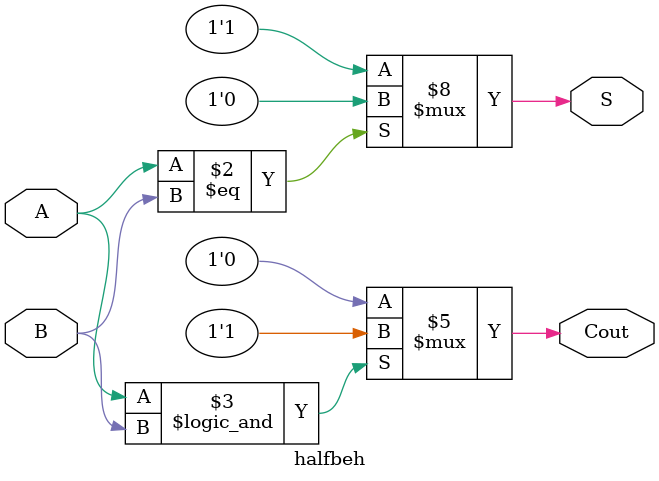
<source format=v>
module halfbeh (
    input A,input B,output S,output Cout
);
reg S,Cout;
always @(A,B)
 begin
     if(A==B)
     S=0;
     else
     S=1;
     if(A&&B)
     Cout=1;
     else
     Cout=0;
 end
    
endmodule
</source>
